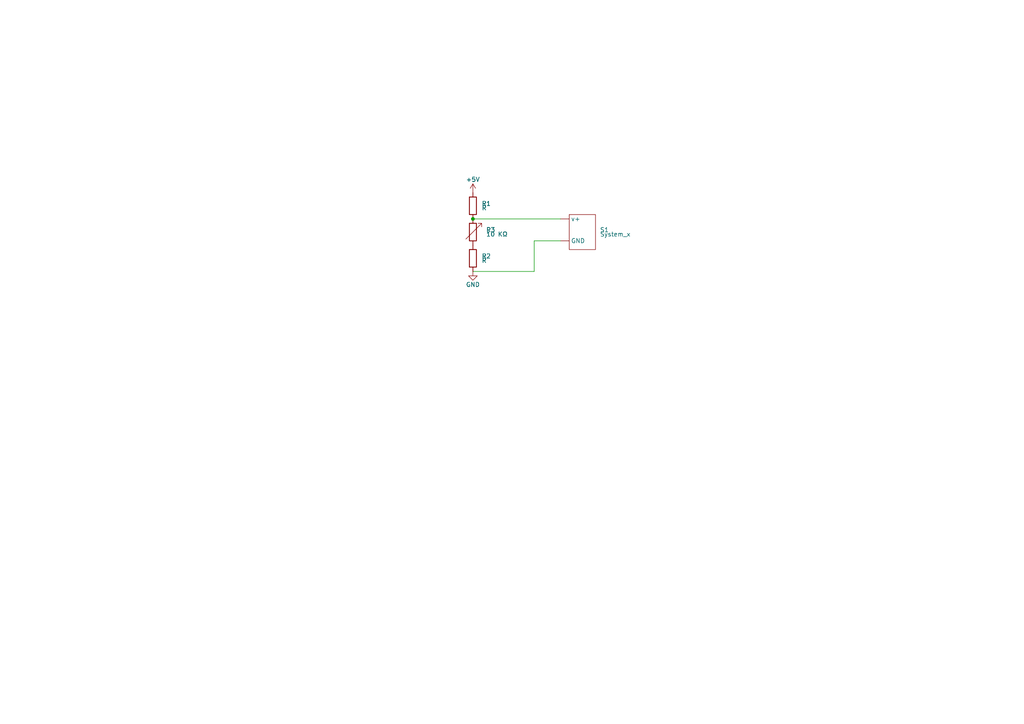
<source format=kicad_sch>
(kicad_sch (version 20220104) (generator eeschema)
  (paper "A4")
  (lib_symbols
    (symbol "Device:R" (pin_numbers hide) (pin_names (offset 0))
      (property "Reference" "R" (at 2.032 0 90))
      (property "Value" "R" (at 0 0 90))
      (symbol "R_0_1"
        (rectangle (start -1.016 -2.54) (end 1.016 2.54) (stroke (width 0.254)))
      )
      (symbol "R_1_1"
        (pin passive line (at 0 3.81 270) (length 1.27) (name "~") (number "1"))
        (pin passive line (at 0 -3.81 90) (length 1.27) (name "~") (number "2"))
      )
    )
    (symbol "Device:R_Variable" (pin_numbers hide) (pin_names (offset 0))
      (property "Reference" "R" (at 2.54 -2.54 90))
      (property "Value" "R_Variable" (at -2.54 -1.27 90))
      (symbol "R_Variable_0_1"
        (rectangle (start -1.016 -2.54) (end 1.016 2.54) (stroke (width 0.254)))
        (polyline (pts (xy 2.54 1.524) (xy 2.54 2.54) (xy 1.524 2.54) (xy 2.54 2.54) (xy -2.032 -2.032)))
      )
      (symbol "R_Variable_1_1"
        (pin passive line (at 0 3.81 270) (length 1.27) (name "~") (number "1"))
        (pin passive line (at 0 -3.81 90) (length 1.27) (name "~") (number "2"))
      )
    )
    (symbol "power:+5V" (power) (pin_names (offset 0))
      (property "Value" "+5V" (at 0 3.556 0))
      (symbol "+5V_0_1"
        (polyline (pts (xy -0.762 1.27) (xy 0 2.54)))
        (polyline (pts (xy 0 0) (xy 0 2.54)))
        (polyline (pts (xy 0 2.54) (xy 0.762 1.27)))
      )
      (symbol "+5V_1_1"
        (pin power_in line (at 0 0 90) (length 0) hide (name "+5V") (number "1"))
      )
    )
    (symbol "power:GND" (power) (pin_names (offset 0))
      (property "Value" "GND" (at 0 -3.81 0))
      (symbol "GND_0_1"
        (polyline (pts (xy 0 0) (xy 0 -1.27) (xy 1.27 -1.27) (xy 0 -2.54) (xy -1.27 -1.27) (xy 0 -1.27)))
      )
      (symbol "GND_1_1"
        (pin power_in line (at 0 0 270) (length 0) hide (name "GND") (number "1"))
      )
    )
    (symbol "spes:System_x"
      (property "Reference" "S" (at 0 7.62 0))
      (property "Value" "System_x" (at 0 10.16 0))
      (symbol "System_x_0_1"
        (rectangle (start -3.81 6.35) (end 3.81 -3.81))
      )
      (symbol "System_x_1_1"
        (pin power_out line (at -6.35 -1.27 0) (length 2.54) (name "GND") (number ""))
        (pin power_in line (at -6.35 5.08 0) (length 2.54) (name "v+") (number ""))
      )
    )
  )
  (junction (at 137.16 63.5))
  (wire (pts (xy 162.56 69.85) (xy 154.94 69.85)))
  (wire (pts (xy 137.16 63.5) (xy 162.56 63.5)))
  (wire (pts (xy 154.94 78.74) (xy 137.16 78.74)))
  (wire (pts (xy 154.94 69.85) (xy 154.94 78.74)))
  (symbol (lib_id "power:+5V") (at 137.16 55.88 0) (unit 1)
    (property "Reference" "#PWR?" (effects hide))
    (property "Value" "+5V" (at 137.16 52.07 0))
  )
  (symbol (lib_id "Device:R_Variable") (at 137.16 67.31 0) (unit 1)
    (property "Reference" "R3" (at 140.97 66.675 0) (effects (justify left)))
    (property "Value" "10 KΩ" (at 140.97 67.945 0) (effects (justify left)))
  )
  (symbol (lib_id "power:GND") (at 137.16 78.74 0) (unit 1)
    (property "Reference" "#PWR?" (effects hide))
    (property "Value" "GND" (at 137.16 82.55 0))
  )
  (symbol (lib_id "spes:System_x") (at 168.91 68.58 0) (unit 1)
    (property "Reference" "S1" (at 173.99 66.675 0) (effects (justify left)))
    (property "Value" "System_x" (at 173.99 67.945 0) (effects (justify left)))
  )
  (symbol (lib_id "Device:R") (at 137.16 74.93 0) (unit 1)
    (property "Reference" "R2" (at 139.7 74.295 0) (effects (justify left)))
    (property "Value" "R" (at 139.7 75.565 0) (effects (justify left)))
  )
  (symbol (lib_id "Device:R") (at 137.16 59.69 0) (unit 1)
    (property "Reference" "R1" (at 139.7 59.055 0) (effects (justify left)))
    (property "Value" "R" (at 139.7 60.325 0) (effects (justify left)))
  )
)
</source>
